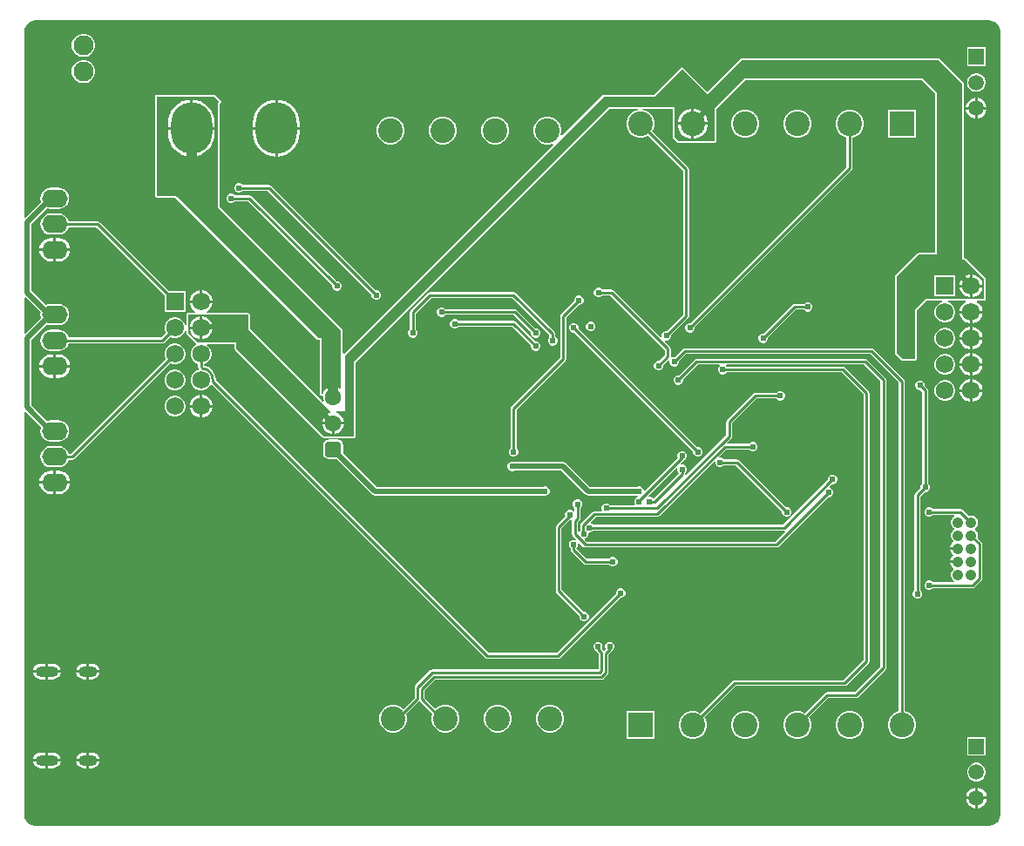
<source format=gbl>
G04*
G04 #@! TF.GenerationSoftware,Altium Limited,Altium Designer,25.6.2 (33)*
G04*
G04 Layer_Physical_Order=2*
G04 Layer_Color=16711680*
%FSLAX25Y25*%
%MOIN*%
G70*
G04*
G04 #@! TF.SameCoordinates,CE49FCD3-F284-452D-968F-53FA369C6713*
G04*
G04*
G04 #@! TF.FilePolarity,Positive*
G04*
G01*
G75*
%ADD12C,0.01000*%
G04:AMPARAMS|DCode=61|XSize=39.37mil|YSize=70.87mil|CornerRadius=19.68mil|HoleSize=0mil|Usage=FLASHONLY|Rotation=270.000|XOffset=0mil|YOffset=0mil|HoleType=Round|Shape=RoundedRectangle|*
%AMROUNDEDRECTD61*
21,1,0.03937,0.03150,0,0,270.0*
21,1,0.00000,0.07087,0,0,270.0*
1,1,0.03937,-0.01575,0.00000*
1,1,0.03937,-0.01575,0.00000*
1,1,0.03937,0.01575,0.00000*
1,1,0.03937,0.01575,0.00000*
%
%ADD61ROUNDEDRECTD61*%
G04:AMPARAMS|DCode=62|XSize=39.37mil|YSize=86.61mil|CornerRadius=19.68mil|HoleSize=0mil|Usage=FLASHONLY|Rotation=270.000|XOffset=0mil|YOffset=0mil|HoleType=Round|Shape=RoundedRectangle|*
%AMROUNDEDRECTD62*
21,1,0.03937,0.04724,0,0,270.0*
21,1,0.00000,0.08661,0,0,270.0*
1,1,0.03937,-0.02362,0.00000*
1,1,0.03937,-0.02362,0.00000*
1,1,0.03937,0.02362,0.00000*
1,1,0.03937,0.02362,0.00000*
%
%ADD62ROUNDEDRECTD62*%
%ADD63C,0.02000*%
%ADD64C,0.00874*%
%ADD66C,0.04000*%
%ADD67C,0.09449*%
%ADD68C,0.06791*%
%ADD69R,0.06791X0.06791*%
%ADD70R,0.05937X0.05937*%
%ADD71C,0.05937*%
%ADD72R,0.09449X0.09449*%
%ADD73O,0.15748X0.19685*%
%ADD74C,0.07677*%
%ADD75O,0.09843X0.06890*%
G04:AMPARAMS|DCode=76|XSize=62.99mil|YSize=62.99mil|CornerRadius=15.75mil|HoleSize=0mil|Usage=FLASHONLY|Rotation=90.000|XOffset=0mil|YOffset=0mil|HoleType=Round|Shape=RoundedRectangle|*
%AMROUNDEDRECTD76*
21,1,0.06299,0.03150,0,0,90.0*
21,1,0.03150,0.06299,0,0,90.0*
1,1,0.03150,0.01575,0.01575*
1,1,0.03150,0.01575,-0.01575*
1,1,0.03150,-0.01575,-0.01575*
1,1,0.03150,-0.01575,0.01575*
%
%ADD76ROUNDEDRECTD76*%
%ADD77C,0.06299*%
%ADD78C,0.04213*%
%ADD79C,0.02400*%
%ADD80C,0.01000*%
G36*
X373557Y311446D02*
X374542Y311038D01*
X375389Y310388D01*
X376038Y309542D01*
X376446Y308557D01*
X376584Y307508D01*
X376582Y307500D01*
Y7500D01*
X376584Y7492D01*
X376446Y6443D01*
X376038Y5457D01*
X375389Y4611D01*
X374542Y3962D01*
X373557Y3554D01*
X372508Y3416D01*
X372500Y3418D01*
X7500D01*
X7492Y3416D01*
X6443Y3554D01*
X5457Y3962D01*
X4611Y4611D01*
X3962Y5457D01*
X3554Y6443D01*
X3416Y7492D01*
X3418Y7500D01*
Y161646D01*
X3880Y161837D01*
X9752Y155965D01*
X9583Y155556D01*
X9444Y154500D01*
X9583Y153444D01*
X9990Y152460D01*
X10639Y151615D01*
X11484Y150967D01*
X12468Y150559D01*
X13524Y150420D01*
X16476D01*
X17532Y150559D01*
X18516Y150967D01*
X19361Y151615D01*
X20010Y152460D01*
X20417Y153444D01*
X20556Y154500D01*
X20417Y155556D01*
X20010Y156540D01*
X19361Y157385D01*
X18516Y158033D01*
X17532Y158441D01*
X16476Y158580D01*
X13524D01*
X12468Y158441D01*
X12059Y158272D01*
X6031Y164299D01*
Y189201D01*
X12059Y195229D01*
X12468Y195059D01*
X13524Y194920D01*
X16476D01*
X17532Y195059D01*
X18516Y195467D01*
X19361Y196115D01*
X20010Y196960D01*
X20417Y197944D01*
X20556Y199000D01*
X20417Y200056D01*
X20010Y201040D01*
X19361Y201885D01*
X18516Y202533D01*
X17532Y202941D01*
X16476Y203080D01*
X13524D01*
X12468Y202941D01*
X11618Y202589D01*
X6031Y208176D01*
Y233701D01*
X12059Y239728D01*
X12468Y239559D01*
X13524Y239420D01*
X16476D01*
X17532Y239559D01*
X18516Y239967D01*
X19361Y240615D01*
X20010Y241460D01*
X20417Y242444D01*
X20556Y243500D01*
X20417Y244556D01*
X20010Y245540D01*
X19361Y246385D01*
X18516Y247033D01*
X17532Y247441D01*
X16476Y247580D01*
X13524D01*
X12468Y247441D01*
X11484Y247033D01*
X10639Y246385D01*
X9990Y245540D01*
X9583Y244556D01*
X9444Y243500D01*
X9583Y242444D01*
X9752Y242036D01*
X3880Y236163D01*
X3418Y236354D01*
Y307500D01*
X3416Y307508D01*
X3554Y308557D01*
X3962Y309542D01*
X4611Y310388D01*
X5457Y311038D01*
X6443Y311446D01*
X7492Y311584D01*
X7500Y311582D01*
X372500D01*
X372508Y311584D01*
X373557Y311446D01*
D02*
G37*
G36*
X9578Y200015D02*
X9444Y199000D01*
X9583Y197944D01*
X9752Y197536D01*
X3880Y191663D01*
X3418Y191854D01*
Y205522D01*
X3880Y205713D01*
X9578Y200015D01*
D02*
G37*
%LPC*%
G36*
X26584Y306439D02*
X25416D01*
X24287Y306136D01*
X23275Y305552D01*
X22448Y304725D01*
X21864Y303713D01*
X21561Y302584D01*
Y301416D01*
X21864Y300287D01*
X22448Y299275D01*
X23275Y298448D01*
X24287Y297864D01*
X25416Y297561D01*
X26584D01*
X27713Y297864D01*
X28725Y298448D01*
X29552Y299275D01*
X30136Y300287D01*
X30439Y301416D01*
Y302584D01*
X30136Y303713D01*
X29552Y304725D01*
X28725Y305552D01*
X27713Y306136D01*
X26584Y306439D01*
D02*
G37*
G36*
X371069Y301254D02*
X363931D01*
Y294116D01*
X371069D01*
Y301254D01*
D02*
G37*
G36*
X26584Y296439D02*
X25416D01*
X24287Y296136D01*
X23275Y295552D01*
X22448Y294725D01*
X21864Y293713D01*
X21561Y292584D01*
Y291416D01*
X21864Y290287D01*
X22448Y289275D01*
X23275Y288448D01*
X24287Y287864D01*
X25416Y287561D01*
X26584D01*
X27713Y287864D01*
X28725Y288448D01*
X29552Y289275D01*
X30136Y290287D01*
X30439Y291416D01*
Y292584D01*
X30136Y293713D01*
X29552Y294725D01*
X28725Y295552D01*
X27713Y296136D01*
X26584Y296439D01*
D02*
G37*
G36*
X367970Y291411D02*
X367030D01*
X366123Y291168D01*
X365309Y290698D01*
X364645Y290034D01*
X364175Y289220D01*
X363931Y288312D01*
Y287373D01*
X364175Y286465D01*
X364645Y285651D01*
X365309Y284987D01*
X366123Y284517D01*
X367030Y284274D01*
X367970D01*
X368877Y284517D01*
X369691Y284987D01*
X370356Y285651D01*
X370825Y286465D01*
X371069Y287373D01*
Y288312D01*
X370825Y289220D01*
X370356Y290034D01*
X369691Y290698D01*
X368877Y291168D01*
X367970Y291411D01*
D02*
G37*
G36*
X353000Y297149D02*
X278000D01*
X277541Y296959D01*
X264750Y284168D01*
X255459Y293459D01*
X255000Y293649D01*
X254541Y293459D01*
X244231Y283149D01*
X225000D01*
X224541Y282959D01*
X208962Y267380D01*
X208514Y267639D01*
X208824Y268799D01*
Y270201D01*
X208462Y271555D01*
X207761Y272769D01*
X206769Y273761D01*
X205555Y274462D01*
X204201Y274824D01*
X202799D01*
X201445Y274462D01*
X200231Y273761D01*
X199239Y272769D01*
X198538Y271555D01*
X198176Y270201D01*
Y268799D01*
X198538Y267445D01*
X199239Y266231D01*
X200231Y265239D01*
X201445Y264538D01*
X202799Y264176D01*
X204201D01*
X205361Y264486D01*
X205620Y264038D01*
X125649Y184068D01*
X125149Y184222D01*
Y193000D01*
X124959Y193459D01*
X78149Y240269D01*
Y279731D01*
X78459Y280041D01*
X78459Y280041D01*
X78649Y280500D01*
X78648Y280503D01*
X78459Y280959D01*
X76459Y282959D01*
X76000Y283149D01*
X54000D01*
X53541Y282959D01*
X53351Y282500D01*
Y244500D01*
X53541Y244041D01*
X54000Y243851D01*
X61231D01*
X115541Y189541D01*
X116000Y189351D01*
X116351D01*
Y168670D01*
X116431Y168477D01*
X116485Y168275D01*
X116524Y168253D01*
X116541Y168211D01*
X116734Y168131D01*
X116915Y168027D01*
X117415Y167961D01*
X117748Y167538D01*
X117750Y167528D01*
Y167006D01*
X117981Y166144D01*
X117764Y165942D01*
X117566Y165852D01*
X89649Y193769D01*
Y199000D01*
X89459Y199459D01*
X89000Y199649D01*
X73256D01*
X73122Y200149D01*
X73699Y200483D01*
X74517Y201301D01*
X75096Y202303D01*
X75396Y203421D01*
Y203500D01*
X71000D01*
X66604D01*
Y203421D01*
X66904Y202303D01*
X67483Y201301D01*
X68301Y200483D01*
X68878Y200149D01*
X68744Y199649D01*
X66000D01*
X65541Y199459D01*
X65351Y199000D01*
Y195133D01*
X64851Y195068D01*
X64723Y195542D01*
X64197Y196453D01*
X63453Y197197D01*
X62542Y197723D01*
X61526Y197996D01*
X60474D01*
X59458Y197723D01*
X58547Y197197D01*
X57803Y196453D01*
X57277Y195542D01*
X57004Y194526D01*
Y193474D01*
X57277Y192458D01*
X57494Y192080D01*
X55693Y190279D01*
X20390D01*
X20010Y191197D01*
X19361Y192042D01*
X18516Y192691D01*
X17532Y193098D01*
X16476Y193237D01*
X13524D01*
X12468Y193098D01*
X11484Y192691D01*
X10639Y192042D01*
X9990Y191197D01*
X9583Y190213D01*
X9444Y189157D01*
X9583Y188102D01*
X9990Y187118D01*
X10639Y186273D01*
X11484Y185624D01*
X12468Y185217D01*
X13524Y185078D01*
X16476D01*
X17532Y185217D01*
X18516Y185624D01*
X19361Y186273D01*
X20010Y187118D01*
X20390Y188036D01*
X56157D01*
X56157Y188036D01*
X56587Y188121D01*
X56950Y188364D01*
X59080Y190494D01*
X59458Y190277D01*
X60474Y190004D01*
X61526D01*
X62542Y190277D01*
X63453Y190803D01*
X64197Y191547D01*
X64723Y192458D01*
X64851Y192932D01*
X65351Y192867D01*
Y192000D01*
X65541Y191541D01*
X69041Y188041D01*
X69058Y187493D01*
X68547Y187197D01*
X67803Y186453D01*
X67277Y185542D01*
X67004Y184526D01*
Y183474D01*
X67277Y182458D01*
X67803Y181547D01*
X68547Y180803D01*
X69458Y180277D01*
X69878Y180164D01*
Y178990D01*
X69878Y178990D01*
X69964Y178561D01*
X69964Y178560D01*
X69964Y178560D01*
X70068Y178404D01*
X70011Y178070D01*
X69929Y177895D01*
X69873Y177835D01*
X69458Y177723D01*
X68547Y177197D01*
X67803Y176453D01*
X67277Y175542D01*
X67004Y174526D01*
Y173474D01*
X67277Y172458D01*
X67803Y171547D01*
X68547Y170803D01*
X69458Y170277D01*
X70474Y170004D01*
X71526D01*
X72542Y170277D01*
X73453Y170803D01*
X74197Y171547D01*
X74550Y172157D01*
X75162Y172252D01*
X179707Y67707D01*
X179707Y67707D01*
X180071Y67464D01*
X180500Y67378D01*
X180500Y67378D01*
X207500D01*
X207500Y67378D01*
X207929Y67464D01*
X208293Y67707D01*
X231286Y90700D01*
X231858D01*
X232520Y90974D01*
X233026Y91480D01*
X233300Y92142D01*
Y92858D01*
X233026Y93520D01*
X232520Y94026D01*
X231858Y94300D01*
X231142D01*
X230480Y94026D01*
X229974Y93520D01*
X229700Y92858D01*
Y92286D01*
X207035Y69622D01*
X180965D01*
X76637Y173949D01*
X76644Y174000D01*
X76452Y175461D01*
X75888Y176822D01*
X74991Y177991D01*
X73822Y178888D01*
X72461Y179452D01*
X72122Y179496D01*
Y180164D01*
X72542Y180277D01*
X73453Y180803D01*
X74197Y181547D01*
X74723Y182458D01*
X74996Y183474D01*
Y184526D01*
X74723Y185542D01*
X74197Y186453D01*
X73453Y187197D01*
X73188Y187351D01*
X73322Y187851D01*
X83851D01*
Y186000D01*
X84041Y185541D01*
X117541Y152041D01*
X118000Y151851D01*
X129500D01*
X129959Y152041D01*
X130149Y152500D01*
Y180731D01*
X227269Y277851D01*
X238140D01*
X238206Y277351D01*
X236945Y277013D01*
X235731Y276312D01*
X234739Y275320D01*
X234038Y274106D01*
X233676Y272752D01*
Y271350D01*
X234038Y269996D01*
X234739Y268782D01*
X235731Y267791D01*
X236945Y267090D01*
X238299Y266727D01*
X239701D01*
X241055Y267090D01*
X241892Y267573D01*
X255379Y254087D01*
Y198965D01*
X249214Y192800D01*
X248642D01*
X247980Y192526D01*
X247474Y192020D01*
X247200Y191358D01*
Y190642D01*
X247235Y190559D01*
X246811Y190276D01*
X228793Y208293D01*
X228429Y208536D01*
X228000Y208622D01*
X228000Y208622D01*
X224424D01*
X224020Y209026D01*
X223358Y209300D01*
X222642D01*
X221980Y209026D01*
X221474Y208520D01*
X221200Y207858D01*
Y207142D01*
X221474Y206480D01*
X221980Y205974D01*
X222642Y205700D01*
X223358D01*
X224020Y205974D01*
X224424Y206379D01*
X227535D01*
X248378Y185535D01*
Y183465D01*
X246214Y181300D01*
X245642D01*
X244980Y181026D01*
X244474Y180520D01*
X244200Y179858D01*
Y179142D01*
X244474Y178480D01*
X244980Y177974D01*
X245642Y177700D01*
X246358D01*
X247020Y177974D01*
X247526Y178480D01*
X247800Y179142D01*
Y179714D01*
X249811Y181725D01*
X250235Y181441D01*
X250200Y181358D01*
Y180642D01*
X250474Y179980D01*
X250980Y179474D01*
X251642Y179200D01*
X252358D01*
X253020Y179474D01*
X253526Y179980D01*
X253800Y180642D01*
Y181214D01*
X256465Y183878D01*
X327035D01*
X337878Y173035D01*
Y47212D01*
X336945Y46962D01*
X335731Y46261D01*
X334739Y45269D01*
X334038Y44055D01*
X333676Y42701D01*
Y41299D01*
X334038Y39945D01*
X334739Y38731D01*
X335731Y37739D01*
X336945Y37038D01*
X338299Y36676D01*
X339701D01*
X341055Y37038D01*
X342269Y37739D01*
X343261Y38731D01*
X343962Y39945D01*
X344324Y41299D01*
Y42701D01*
X343962Y44055D01*
X343261Y45269D01*
X342269Y46261D01*
X341055Y46962D01*
X340122Y47212D01*
Y173500D01*
X340122Y173500D01*
X340036Y173929D01*
X339793Y174293D01*
X328293Y185793D01*
X327929Y186036D01*
X327500Y186122D01*
X327500Y186122D01*
X256000D01*
X255571Y186036D01*
X255207Y185793D01*
X255207Y185793D01*
X252214Y182800D01*
X251642D01*
X251042Y182552D01*
X250813Y182662D01*
X250590Y182843D01*
X250622Y183000D01*
X250622Y183000D01*
Y186000D01*
X250622Y186000D01*
X250536Y186429D01*
X250293Y186793D01*
X250293Y186793D01*
X248275Y188811D01*
X248559Y189234D01*
X248642Y189200D01*
X249358D01*
X250020Y189474D01*
X250526Y189980D01*
X250800Y190642D01*
Y191214D01*
X257293Y197707D01*
X257293Y197707D01*
X257536Y198071D01*
X257622Y198500D01*
Y254551D01*
X257622Y254551D01*
X257536Y254980D01*
X257293Y255344D01*
X257293Y255344D01*
X243478Y269159D01*
X243962Y269996D01*
X244324Y271350D01*
Y272752D01*
X243962Y274106D01*
X243261Y275320D01*
X242269Y276312D01*
X241055Y277013D01*
X239794Y277351D01*
X239860Y277851D01*
X251351D01*
Y267000D01*
X251541Y266541D01*
X253041Y265041D01*
X253500Y264851D01*
X267500D01*
X267959Y265041D01*
X268149Y265500D01*
Y277731D01*
X279269Y288851D01*
X346731D01*
X351851Y283731D01*
Y222649D01*
X345500D01*
X345041Y222459D01*
X336541Y213959D01*
X336351Y213500D01*
Y184500D01*
X336541Y184041D01*
X339041Y181541D01*
X339500Y181351D01*
X344000D01*
X344459Y181541D01*
X344649Y182000D01*
Y200731D01*
X348269Y204351D01*
X354367D01*
X354432Y203851D01*
X353958Y203723D01*
X353047Y203197D01*
X352303Y202453D01*
X351777Y201542D01*
X351504Y200526D01*
Y199474D01*
X351777Y198458D01*
X352303Y197547D01*
X353047Y196803D01*
X353958Y196277D01*
X354974Y196004D01*
X356026D01*
X357042Y196277D01*
X357953Y196803D01*
X358697Y197547D01*
X359223Y198458D01*
X359496Y199474D01*
Y200526D01*
X359223Y201542D01*
X358697Y202453D01*
X357953Y203197D01*
X357042Y203723D01*
X356568Y203851D01*
X356633Y204351D01*
X363244D01*
X363378Y203851D01*
X362801Y203517D01*
X361983Y202699D01*
X361404Y201697D01*
X361104Y200579D01*
Y200500D01*
X365500D01*
X369896D01*
Y200579D01*
X369596Y201697D01*
X369017Y202699D01*
X368199Y203517D01*
X367622Y203851D01*
X367756Y204351D01*
X370500D01*
X370959Y204541D01*
X371149Y205000D01*
Y212500D01*
X370959Y212959D01*
X363459Y220459D01*
X363000Y220649D01*
X362649D01*
Y287500D01*
X362459Y287959D01*
X353459Y296959D01*
X353000Y297149D01*
D02*
G37*
G36*
X368022Y281968D02*
X368000D01*
Y278500D01*
X371468D01*
Y278522D01*
X371198Y279532D01*
X370676Y280437D01*
X369937Y281176D01*
X369032Y281698D01*
X368022Y281968D01*
D02*
G37*
G36*
X367000D02*
X366978D01*
X365968Y281698D01*
X365063Y281176D01*
X364324Y280437D01*
X363802Y279532D01*
X363531Y278522D01*
Y278500D01*
X367000D01*
Y281968D01*
D02*
G37*
G36*
X371468Y277500D02*
X368000D01*
Y274031D01*
X368022D01*
X369032Y274302D01*
X369937Y274824D01*
X370676Y275563D01*
X371198Y276468D01*
X371468Y277478D01*
Y277500D01*
D02*
G37*
G36*
X367000D02*
X363531D01*
Y277478D01*
X363802Y276468D01*
X364324Y275563D01*
X365063Y274824D01*
X365968Y274302D01*
X366978Y274031D01*
X367000D01*
Y277500D01*
D02*
G37*
G36*
X100250Y281179D02*
Y270843D01*
X108667D01*
Y272311D01*
X108496Y274051D01*
X107988Y275723D01*
X107164Y277265D01*
X106055Y278616D01*
X104704Y279725D01*
X103162Y280549D01*
X101490Y281057D01*
X100250Y281179D01*
D02*
G37*
G36*
X99250D02*
X98010Y281057D01*
X96338Y280549D01*
X94796Y279725D01*
X93445Y278616D01*
X92336Y277265D01*
X91512Y275723D01*
X91004Y274051D01*
X90833Y272311D01*
Y270843D01*
X99250D01*
Y281179D01*
D02*
G37*
G36*
X344324Y277376D02*
X333676D01*
Y266727D01*
X344324D01*
Y277376D01*
D02*
G37*
G36*
X299701D02*
X298299D01*
X296945Y277013D01*
X295731Y276312D01*
X294739Y275320D01*
X294038Y274106D01*
X293676Y272752D01*
Y271350D01*
X294038Y269996D01*
X294739Y268782D01*
X295731Y267791D01*
X296945Y267090D01*
X298299Y266727D01*
X299701D01*
X301055Y267090D01*
X302269Y267791D01*
X303261Y268782D01*
X303961Y269996D01*
X304324Y271350D01*
Y272752D01*
X303961Y274106D01*
X303261Y275320D01*
X302269Y276312D01*
X301055Y277013D01*
X299701Y277376D01*
D02*
G37*
G36*
X279701D02*
X278299D01*
X276945Y277013D01*
X275731Y276312D01*
X274739Y275320D01*
X274038Y274106D01*
X273676Y272752D01*
Y271350D01*
X274038Y269996D01*
X274739Y268782D01*
X275731Y267791D01*
X276945Y267090D01*
X278299Y266727D01*
X279701D01*
X281055Y267090D01*
X282269Y267791D01*
X283261Y268782D01*
X283962Y269996D01*
X284324Y271350D01*
Y272752D01*
X283962Y274106D01*
X283261Y275320D01*
X282269Y276312D01*
X281055Y277013D01*
X279701Y277376D01*
D02*
G37*
G36*
X184201Y274824D02*
X182799D01*
X181445Y274462D01*
X180231Y273761D01*
X179239Y272769D01*
X178538Y271555D01*
X178176Y270201D01*
Y268799D01*
X178538Y267445D01*
X179239Y266231D01*
X180231Y265239D01*
X181445Y264538D01*
X182799Y264176D01*
X184201D01*
X185555Y264538D01*
X186769Y265239D01*
X187761Y266231D01*
X188462Y267445D01*
X188824Y268799D01*
Y270201D01*
X188462Y271555D01*
X187761Y272769D01*
X186769Y273761D01*
X185555Y274462D01*
X184201Y274824D01*
D02*
G37*
G36*
X164201D02*
X162799D01*
X161445Y274462D01*
X160231Y273761D01*
X159239Y272769D01*
X158538Y271555D01*
X158176Y270201D01*
Y268799D01*
X158538Y267445D01*
X159239Y266231D01*
X160231Y265239D01*
X161445Y264538D01*
X162799Y264176D01*
X164201D01*
X165555Y264538D01*
X166769Y265239D01*
X167761Y266231D01*
X168462Y267445D01*
X168824Y268799D01*
Y270201D01*
X168462Y271555D01*
X167761Y272769D01*
X166769Y273761D01*
X165555Y274462D01*
X164201Y274824D01*
D02*
G37*
G36*
X144201D02*
X142799D01*
X141445Y274462D01*
X140231Y273761D01*
X139239Y272769D01*
X138538Y271555D01*
X138176Y270201D01*
Y268799D01*
X138538Y267445D01*
X139239Y266231D01*
X140231Y265239D01*
X141445Y264538D01*
X142799Y264176D01*
X144201D01*
X145555Y264538D01*
X146769Y265239D01*
X147761Y266231D01*
X148462Y267445D01*
X148824Y268799D01*
Y270201D01*
X148462Y271555D01*
X147761Y272769D01*
X146769Y273761D01*
X145555Y274462D01*
X144201Y274824D01*
D02*
G37*
G36*
X108667Y269843D02*
X100250D01*
Y259506D01*
X101490Y259628D01*
X103162Y260136D01*
X104704Y260960D01*
X106055Y262069D01*
X107164Y263420D01*
X107988Y264962D01*
X108496Y266634D01*
X108667Y268374D01*
Y269843D01*
D02*
G37*
G36*
X99250D02*
X90833D01*
Y268374D01*
X91004Y266634D01*
X91512Y264962D01*
X92336Y263420D01*
X93445Y262069D01*
X94796Y260960D01*
X96338Y260136D01*
X98010Y259628D01*
X99250Y259506D01*
Y269843D01*
D02*
G37*
G36*
X16476Y228298D02*
X15500D01*
Y224315D01*
X20894D01*
X20807Y224975D01*
X20359Y226057D01*
X19647Y226985D01*
X18718Y227698D01*
X17637Y228145D01*
X16476Y228298D01*
D02*
G37*
G36*
X14500D02*
X13524D01*
X12363Y228145D01*
X11282Y227698D01*
X10353Y226985D01*
X9641Y226057D01*
X9193Y224975D01*
X9106Y224315D01*
X14500D01*
Y228298D01*
D02*
G37*
G36*
X20894Y223315D02*
X15500D01*
Y219332D01*
X16476D01*
X17637Y219484D01*
X18718Y219932D01*
X19647Y220645D01*
X20359Y221573D01*
X20807Y222655D01*
X20894Y223315D01*
D02*
G37*
G36*
X14500D02*
X9106D01*
X9193Y222655D01*
X9641Y221573D01*
X10353Y220645D01*
X11282Y219932D01*
X12363Y219484D01*
X13524Y219332D01*
X14500D01*
Y223315D01*
D02*
G37*
G36*
X82858Y245300D02*
X82142D01*
X81480Y245026D01*
X80974Y244520D01*
X80700Y243858D01*
Y243142D01*
X80974Y242480D01*
X81480Y241974D01*
X82142Y241700D01*
X82858D01*
X83520Y241974D01*
X83924Y242378D01*
X89035D01*
X121200Y210214D01*
Y209642D01*
X121474Y208980D01*
X121980Y208474D01*
X122642Y208200D01*
X123358D01*
X124020Y208474D01*
X124526Y208980D01*
X124800Y209642D01*
Y210358D01*
X124526Y211020D01*
X124020Y211526D01*
X123358Y211800D01*
X122786D01*
X90293Y244293D01*
X89929Y244536D01*
X89500Y244622D01*
X89500Y244621D01*
X83924D01*
X83520Y245026D01*
X82858Y245300D01*
D02*
G37*
G36*
X190500Y207622D02*
X190500Y207622D01*
X158500D01*
X158500Y207622D01*
X158071Y207536D01*
X157707Y207293D01*
X157707Y207293D01*
X151207Y200793D01*
X150964Y200429D01*
X150878Y200000D01*
X150878Y200000D01*
Y193424D01*
X150474Y193020D01*
X150200Y192358D01*
Y191642D01*
X150474Y190980D01*
X150980Y190474D01*
X151642Y190200D01*
X152358D01*
X153020Y190474D01*
X153526Y190980D01*
X153800Y191642D01*
Y192358D01*
X153526Y193020D01*
X153122Y193424D01*
Y199535D01*
X158965Y205379D01*
X190035D01*
X204178Y191235D01*
Y190224D01*
X203974Y190020D01*
X203700Y189358D01*
Y188642D01*
X203974Y187980D01*
X204480Y187474D01*
X205142Y187200D01*
X205858D01*
X206520Y187474D01*
X207026Y187980D01*
X207300Y188642D01*
Y189358D01*
X207026Y190020D01*
X206520Y190526D01*
X206421Y190567D01*
Y191700D01*
X206422Y191700D01*
X206336Y192129D01*
X206093Y192493D01*
X191293Y207293D01*
X190929Y207536D01*
X190500Y207622D01*
D02*
G37*
G36*
X85858Y249300D02*
X85142D01*
X84480Y249026D01*
X83974Y248520D01*
X83700Y247858D01*
Y247142D01*
X83974Y246480D01*
X84480Y245974D01*
X85142Y245700D01*
X85858D01*
X86520Y245974D01*
X86924Y246378D01*
X96535D01*
X136200Y206714D01*
Y206142D01*
X136474Y205480D01*
X136980Y204974D01*
X137642Y204700D01*
X138358D01*
X139020Y204974D01*
X139526Y205480D01*
X139800Y206142D01*
Y206858D01*
X139526Y207520D01*
X139020Y208026D01*
X138358Y208300D01*
X137786D01*
X97793Y248293D01*
X97429Y248536D01*
X97000Y248622D01*
X97000Y248622D01*
X86924D01*
X86520Y249026D01*
X85858Y249300D01*
D02*
G37*
G36*
X71579Y208396D02*
X71500D01*
Y204500D01*
X75396D01*
Y204579D01*
X75096Y205697D01*
X74517Y206699D01*
X73699Y207517D01*
X72697Y208096D01*
X71579Y208396D01*
D02*
G37*
G36*
X70500D02*
X70421D01*
X69303Y208096D01*
X68301Y207517D01*
X67483Y206699D01*
X66904Y205697D01*
X66604Y204579D01*
Y204500D01*
X70500D01*
Y208396D01*
D02*
G37*
G36*
X303358Y203800D02*
X302642D01*
X301980Y203526D01*
X301576Y203122D01*
X298000D01*
X297571Y203036D01*
X297207Y202793D01*
X297207Y202793D01*
X286214Y191800D01*
X285642D01*
X284980Y191526D01*
X284474Y191020D01*
X284200Y190358D01*
Y189642D01*
X284474Y188980D01*
X284980Y188474D01*
X285642Y188200D01*
X286358D01*
X287020Y188474D01*
X287526Y188980D01*
X287800Y189642D01*
Y190214D01*
X298465Y200878D01*
X301576D01*
X301980Y200474D01*
X302642Y200200D01*
X303358D01*
X304020Y200474D01*
X304526Y200980D01*
X304800Y201642D01*
Y202358D01*
X304526Y203020D01*
X304020Y203526D01*
X303358Y203800D01*
D02*
G37*
G36*
X16476Y237737D02*
X13524D01*
X12468Y237598D01*
X11484Y237191D01*
X10639Y236542D01*
X9990Y235697D01*
X9583Y234713D01*
X9444Y233658D01*
X9583Y232602D01*
X9990Y231618D01*
X10639Y230773D01*
X11484Y230124D01*
X12468Y229717D01*
X13524Y229578D01*
X16476D01*
X17532Y229717D01*
X18516Y230124D01*
X19361Y230773D01*
X20010Y231618D01*
X20390Y232536D01*
X30878D01*
X57004Y206410D01*
Y200004D01*
X64996D01*
Y207996D01*
X58590D01*
X32136Y234451D01*
X31772Y234694D01*
X31343Y234779D01*
X31343Y234779D01*
X20390D01*
X20010Y235697D01*
X19361Y236542D01*
X18516Y237191D01*
X17532Y237598D01*
X16476Y237737D01*
D02*
G37*
G36*
X369896Y199500D02*
X366000D01*
Y195604D01*
X366079D01*
X367197Y195904D01*
X368199Y196483D01*
X369017Y197301D01*
X369596Y198303D01*
X369896Y199421D01*
Y199500D01*
D02*
G37*
G36*
X365000D02*
X361104D01*
Y199421D01*
X361404Y198303D01*
X361983Y197301D01*
X362801Y196483D01*
X363803Y195904D01*
X364921Y195604D01*
X365000D01*
Y199500D01*
D02*
G37*
G36*
X220358Y196300D02*
X219642D01*
X218980Y196026D01*
X218474Y195520D01*
X218200Y194858D01*
Y194142D01*
X218474Y193480D01*
X218980Y192974D01*
X219642Y192700D01*
X220358D01*
X221020Y192974D01*
X221526Y193480D01*
X221800Y194142D01*
Y194858D01*
X221526Y195520D01*
X221020Y196026D01*
X220358Y196300D01*
D02*
G37*
G36*
X319701Y277376D02*
X318299D01*
X316945Y277013D01*
X315731Y276312D01*
X314739Y275320D01*
X314038Y274106D01*
X313676Y272752D01*
Y271350D01*
X314038Y269996D01*
X314739Y268782D01*
X315731Y267791D01*
X316945Y267090D01*
X317878Y266840D01*
Y255465D01*
X258214Y195800D01*
X257642D01*
X256980Y195526D01*
X256474Y195020D01*
X256200Y194358D01*
Y193642D01*
X256474Y192980D01*
X256980Y192474D01*
X257642Y192200D01*
X258358D01*
X259020Y192474D01*
X259526Y192980D01*
X259800Y193642D01*
Y194214D01*
X319793Y254207D01*
X319793Y254207D01*
X320036Y254571D01*
X320122Y255000D01*
Y266840D01*
X321055Y267090D01*
X322269Y267791D01*
X323261Y268782D01*
X323961Y269996D01*
X324324Y271350D01*
Y272752D01*
X323961Y274106D01*
X323261Y275320D01*
X322269Y276312D01*
X321055Y277013D01*
X319701Y277376D01*
D02*
G37*
G36*
X366079Y194396D02*
X366000D01*
Y190500D01*
X369896D01*
Y190579D01*
X369596Y191697D01*
X369017Y192699D01*
X368199Y193517D01*
X367197Y194096D01*
X366079Y194396D01*
D02*
G37*
G36*
X365000D02*
X364921D01*
X363803Y194096D01*
X362801Y193517D01*
X361983Y192699D01*
X361404Y191697D01*
X361104Y190579D01*
Y190500D01*
X365000D01*
Y194396D01*
D02*
G37*
G36*
X163358Y201800D02*
X162642D01*
X161980Y201526D01*
X161474Y201020D01*
X161200Y200358D01*
Y199642D01*
X161474Y198980D01*
X161980Y198474D01*
X162642Y198200D01*
X163358D01*
X164020Y198474D01*
X164424Y198878D01*
X190535D01*
X197200Y192214D01*
Y191642D01*
X197474Y190980D01*
X197980Y190474D01*
X198642Y190200D01*
X199358D01*
X200020Y190474D01*
X200526Y190980D01*
X200800Y191642D01*
Y192358D01*
X200526Y193020D01*
X200020Y193526D01*
X199358Y193800D01*
X198786D01*
X191793Y200793D01*
X191429Y201036D01*
X191000Y201122D01*
X191000Y201122D01*
X164424D01*
X164020Y201526D01*
X163358Y201800D01*
D02*
G37*
G36*
X356026Y193996D02*
X354974D01*
X353958Y193723D01*
X353047Y193197D01*
X352303Y192453D01*
X351777Y191542D01*
X351504Y190526D01*
Y189474D01*
X351777Y188458D01*
X352303Y187547D01*
X353047Y186803D01*
X353958Y186277D01*
X354974Y186004D01*
X356026D01*
X357042Y186277D01*
X357953Y186803D01*
X358697Y187547D01*
X359223Y188458D01*
X359496Y189474D01*
Y190526D01*
X359223Y191542D01*
X358697Y192453D01*
X357953Y193197D01*
X357042Y193723D01*
X356026Y193996D01*
D02*
G37*
G36*
X369896Y189500D02*
X366000D01*
Y185604D01*
X366079D01*
X367197Y185904D01*
X368199Y186483D01*
X369017Y187301D01*
X369596Y188303D01*
X369896Y189421D01*
Y189500D01*
D02*
G37*
G36*
X365000D02*
X361104D01*
Y189421D01*
X361404Y188303D01*
X361983Y187301D01*
X362801Y186483D01*
X363803Y185904D01*
X364921Y185604D01*
X365000D01*
Y189500D01*
D02*
G37*
G36*
X168358Y197300D02*
X167642D01*
X166980Y197026D01*
X166474Y196520D01*
X166200Y195858D01*
Y195142D01*
X166474Y194480D01*
X166980Y193974D01*
X167642Y193700D01*
X168358D01*
X169020Y193974D01*
X169424Y194378D01*
X190035D01*
X197200Y187214D01*
Y186642D01*
X197474Y185980D01*
X197980Y185474D01*
X198642Y185200D01*
X199358D01*
X200020Y185474D01*
X200526Y185980D01*
X200800Y186642D01*
Y187358D01*
X200526Y188020D01*
X200020Y188526D01*
X199358Y188800D01*
X198786D01*
X191293Y196293D01*
X190929Y196536D01*
X190500Y196622D01*
X190500Y196622D01*
X169424D01*
X169020Y197026D01*
X168358Y197300D01*
D02*
G37*
G36*
X366079Y184396D02*
X366000D01*
Y180500D01*
X369896D01*
Y180579D01*
X369596Y181697D01*
X369017Y182699D01*
X368199Y183517D01*
X367197Y184096D01*
X366079Y184396D01*
D02*
G37*
G36*
X365000D02*
X364921D01*
X363803Y184096D01*
X362801Y183517D01*
X361983Y182699D01*
X361404Y181697D01*
X361104Y180579D01*
Y180500D01*
X365000D01*
Y184396D01*
D02*
G37*
G36*
X61526Y187996D02*
X60474D01*
X59458Y187723D01*
X58547Y187197D01*
X57803Y186453D01*
X57277Y185542D01*
X57004Y184526D01*
Y183474D01*
X57277Y182458D01*
X57494Y182080D01*
X21193Y145779D01*
X20390D01*
X20010Y146697D01*
X19361Y147542D01*
X18516Y148191D01*
X17532Y148598D01*
X16476Y148737D01*
X13524D01*
X12468Y148598D01*
X11484Y148191D01*
X10639Y147542D01*
X9990Y146697D01*
X9583Y145713D01*
X9444Y144658D01*
X9583Y143602D01*
X9990Y142618D01*
X10639Y141773D01*
X11484Y141124D01*
X12468Y140717D01*
X13524Y140578D01*
X16476D01*
X17532Y140717D01*
X18516Y141124D01*
X19361Y141773D01*
X20010Y142618D01*
X20390Y143536D01*
X21657D01*
X21657Y143536D01*
X22087Y143621D01*
X22451Y143864D01*
X59080Y180494D01*
X59458Y180277D01*
X60474Y180004D01*
X61526D01*
X62542Y180277D01*
X63453Y180803D01*
X64197Y181547D01*
X64723Y182458D01*
X64996Y183474D01*
Y184526D01*
X64723Y185542D01*
X64197Y186453D01*
X63453Y187197D01*
X62542Y187723D01*
X61526Y187996D01*
D02*
G37*
G36*
X16476Y183798D02*
X15500D01*
Y179815D01*
X20894D01*
X20807Y180475D01*
X20359Y181557D01*
X19647Y182485D01*
X18718Y183198D01*
X17637Y183645D01*
X16476Y183798D01*
D02*
G37*
G36*
X14500D02*
X13524D01*
X12363Y183645D01*
X11282Y183198D01*
X10353Y182485D01*
X9641Y181557D01*
X9193Y180475D01*
X9106Y179815D01*
X14500D01*
Y183798D01*
D02*
G37*
G36*
X356026Y183996D02*
X354974D01*
X353958Y183723D01*
X353047Y183197D01*
X352303Y182453D01*
X351777Y181542D01*
X351504Y180526D01*
Y179474D01*
X351777Y178458D01*
X352303Y177547D01*
X353047Y176803D01*
X353958Y176277D01*
X354974Y176004D01*
X356026D01*
X357042Y176277D01*
X357953Y176803D01*
X358697Y177547D01*
X359223Y178458D01*
X359496Y179474D01*
Y180526D01*
X359223Y181542D01*
X358697Y182453D01*
X357953Y183197D01*
X357042Y183723D01*
X356026Y183996D01*
D02*
G37*
G36*
X369896Y179500D02*
X366000D01*
Y175604D01*
X366079D01*
X367197Y175904D01*
X368199Y176483D01*
X369017Y177301D01*
X369596Y178303D01*
X369896Y179421D01*
Y179500D01*
D02*
G37*
G36*
X365000D02*
X361104D01*
Y179421D01*
X361404Y178303D01*
X361983Y177301D01*
X362801Y176483D01*
X363803Y175904D01*
X364921Y175604D01*
X365000D01*
Y179500D01*
D02*
G37*
G36*
X20894Y178815D02*
X15500D01*
Y174832D01*
X16476D01*
X17637Y174985D01*
X18718Y175432D01*
X19647Y176145D01*
X20359Y177073D01*
X20807Y178155D01*
X20894Y178815D01*
D02*
G37*
G36*
X14500D02*
X9106D01*
X9193Y178155D01*
X9641Y177073D01*
X10353Y176145D01*
X11282Y175432D01*
X12363Y174985D01*
X13524Y174832D01*
X14500D01*
Y178815D01*
D02*
G37*
G36*
X366079Y174396D02*
X366000D01*
Y170500D01*
X369896D01*
Y170579D01*
X369596Y171697D01*
X369017Y172699D01*
X368199Y173517D01*
X367197Y174096D01*
X366079Y174396D01*
D02*
G37*
G36*
X365000D02*
X364921D01*
X363803Y174096D01*
X362801Y173517D01*
X361983Y172699D01*
X361404Y171697D01*
X361104Y170579D01*
Y170500D01*
X365000D01*
Y174396D01*
D02*
G37*
G36*
X61526Y177996D02*
X60474D01*
X59458Y177723D01*
X58547Y177197D01*
X57803Y176453D01*
X57277Y175542D01*
X57004Y174526D01*
Y173474D01*
X57277Y172458D01*
X57803Y171547D01*
X58547Y170803D01*
X59458Y170277D01*
X60474Y170004D01*
X61526D01*
X62542Y170277D01*
X63453Y170803D01*
X64197Y171547D01*
X64723Y172458D01*
X64996Y173474D01*
Y174526D01*
X64723Y175542D01*
X64197Y176453D01*
X63453Y177197D01*
X62542Y177723D01*
X61526Y177996D01*
D02*
G37*
G36*
X292858Y169800D02*
X292142D01*
X291480Y169526D01*
X291076Y169122D01*
X283000D01*
X283000Y169122D01*
X282571Y169036D01*
X282207Y168793D01*
X282207Y168793D01*
X272207Y158793D01*
X271964Y158429D01*
X271878Y158000D01*
X271879Y158000D01*
Y152965D01*
X256561Y137647D01*
X256100Y137894D01*
X256121Y138000D01*
Y138415D01*
X256526Y138819D01*
X256800Y139481D01*
Y140197D01*
X256526Y140858D01*
X256020Y141365D01*
X255358Y141639D01*
X254669D01*
X254602Y141714D01*
X254405Y142082D01*
X255640Y143317D01*
X256020Y143474D01*
X256526Y143980D01*
X256800Y144642D01*
Y145358D01*
X256526Y146020D01*
X256020Y146526D01*
X255358Y146800D01*
X254642D01*
X253980Y146526D01*
X253474Y146020D01*
X253200Y145358D01*
Y144642D01*
X253374Y144223D01*
X240762Y131611D01*
X240300Y131802D01*
Y131858D01*
X240026Y132520D01*
X239520Y133026D01*
X238858Y133300D01*
X238142D01*
X237735Y133131D01*
X219622D01*
X210599Y142154D01*
X210070Y142507D01*
X209446Y142631D01*
X190765D01*
X190358Y142800D01*
X189642D01*
X188980Y142526D01*
X188474Y142020D01*
X188200Y141358D01*
Y140642D01*
X188474Y139980D01*
X188980Y139474D01*
X189642Y139200D01*
X190358D01*
X190765Y139369D01*
X208770D01*
X217792Y130347D01*
X218322Y129993D01*
X218946Y129869D01*
X237735D01*
X237992Y129762D01*
Y129238D01*
X237480Y129026D01*
X236974Y128520D01*
X236700Y127858D01*
Y127142D01*
X236916Y126622D01*
X236680Y126122D01*
X227424D01*
X227020Y126526D01*
X226358Y126800D01*
X225642D01*
X224980Y126526D01*
X224474Y126020D01*
X224200Y125358D01*
Y124642D01*
X224333Y124322D01*
X223999Y123822D01*
X221447D01*
X221018Y123736D01*
X220654Y123493D01*
X220654Y123493D01*
X216407Y119246D01*
X216164Y118882D01*
X216078Y118453D01*
X216078Y118453D01*
Y116547D01*
X216078Y116547D01*
X216104Y116418D01*
X215840Y116154D01*
X215808Y116076D01*
X215173Y115822D01*
X215122Y115844D01*
Y119599D01*
X215813Y120290D01*
X216056Y120654D01*
X216141Y121083D01*
X216141Y121083D01*
Y125102D01*
X216546Y125506D01*
X216820Y126168D01*
Y126884D01*
X216546Y127546D01*
X216039Y128052D01*
X215378Y128326D01*
X214662D01*
X214000Y128052D01*
X213494Y127546D01*
X213220Y126884D01*
Y126168D01*
X213494Y125506D01*
X213898Y125102D01*
Y123828D01*
X213398Y123647D01*
X213020Y124026D01*
X212358Y124300D01*
X211642D01*
X210980Y124026D01*
X210474Y123520D01*
X210200Y122858D01*
Y122142D01*
X210304Y121890D01*
X206907Y118493D01*
X206664Y118129D01*
X206578Y117700D01*
X206578Y117700D01*
Y93300D01*
X206578Y93300D01*
X206664Y92871D01*
X206907Y92507D01*
X215700Y83714D01*
Y83142D01*
X215974Y82480D01*
X216480Y81974D01*
X217142Y81700D01*
X217858D01*
X218520Y81974D01*
X219026Y82480D01*
X219300Y83142D01*
Y83858D01*
X219026Y84520D01*
X218520Y85026D01*
X217858Y85300D01*
X217286D01*
X208822Y93765D01*
Y117235D01*
X212261Y120675D01*
X212556Y120651D01*
X212905Y120196D01*
X212878Y120064D01*
X212878Y120064D01*
Y115000D01*
X212878Y115000D01*
X212964Y114571D01*
X213207Y114207D01*
X214285Y113129D01*
X214002Y112705D01*
X213772Y112800D01*
X213056D01*
X212395Y112526D01*
X211888Y112020D01*
X211614Y111358D01*
Y110642D01*
X211888Y109980D01*
X212293Y109576D01*
Y109086D01*
X212293Y109086D01*
X212378Y108657D01*
X212621Y108293D01*
X217207Y103707D01*
X217207Y103707D01*
X217571Y103464D01*
X218000Y103378D01*
X218000Y103378D01*
X227076D01*
X227480Y102974D01*
X228142Y102700D01*
X228858D01*
X229520Y102974D01*
X230026Y103480D01*
X230300Y104142D01*
Y104858D01*
X230026Y105520D01*
X229520Y106026D01*
X228858Y106300D01*
X228142D01*
X227480Y106026D01*
X227076Y105622D01*
X218465D01*
X214536Y109550D01*
Y109576D01*
X214940Y109980D01*
X215214Y110642D01*
Y111358D01*
X215119Y111588D01*
X215543Y111871D01*
X217207Y110207D01*
X217207Y110207D01*
X217571Y109964D01*
X218000Y109878D01*
X291000D01*
X291000Y109878D01*
X291429Y109964D01*
X291793Y110207D01*
X310786Y129200D01*
X311358D01*
X312020Y129474D01*
X312526Y129980D01*
X312800Y130642D01*
Y131358D01*
X312526Y132020D01*
X312020Y132526D01*
X311524Y132731D01*
X311348Y133262D01*
X312286Y134200D01*
X312858D01*
X313520Y134474D01*
X314026Y134980D01*
X314300Y135642D01*
Y136358D01*
X314026Y137020D01*
X313520Y137526D01*
X312858Y137800D01*
X312142D01*
X311480Y137526D01*
X310974Y137020D01*
X310700Y136358D01*
Y135786D01*
X293535Y118622D01*
X220924D01*
X220520Y119026D01*
X220199Y119159D01*
X220082Y119748D01*
X221912Y121578D01*
X245463D01*
X245463Y121578D01*
X245892Y121664D01*
X246256Y121907D01*
X267200Y142851D01*
X267700Y142644D01*
Y142142D01*
X267974Y141480D01*
X268480Y140974D01*
X269142Y140700D01*
X269858D01*
X270520Y140974D01*
X270924Y141378D01*
X275535D01*
X293200Y123714D01*
Y123142D01*
X293474Y122480D01*
X293980Y121974D01*
X294642Y121700D01*
X295358D01*
X296020Y121974D01*
X296526Y122480D01*
X296800Y123142D01*
Y123858D01*
X296526Y124520D01*
X296020Y125026D01*
X295358Y125300D01*
X294786D01*
X276793Y143293D01*
X276429Y143536D01*
X276000Y143622D01*
X276000Y143622D01*
X270924D01*
X270520Y144026D01*
X269858Y144300D01*
X269356D01*
X269149Y144800D01*
X271727Y147378D01*
X280576D01*
X280980Y146974D01*
X281642Y146700D01*
X282358D01*
X283020Y146974D01*
X283526Y147480D01*
X283800Y148142D01*
Y148858D01*
X283526Y149520D01*
X283020Y150026D01*
X282358Y150300D01*
X281642D01*
X280980Y150026D01*
X280576Y149622D01*
X272361D01*
X272170Y150083D01*
X273793Y151707D01*
X273793Y151707D01*
X274036Y152071D01*
X274121Y152500D01*
Y157535D01*
X283465Y166878D01*
X291076D01*
X291480Y166474D01*
X292142Y166200D01*
X292858D01*
X293520Y166474D01*
X294026Y166980D01*
X294300Y167642D01*
Y168358D01*
X294026Y169020D01*
X293520Y169526D01*
X292858Y169800D01*
D02*
G37*
G36*
X356026Y173996D02*
X354974D01*
X353958Y173723D01*
X353047Y173197D01*
X352303Y172453D01*
X351777Y171542D01*
X351504Y170526D01*
Y169474D01*
X351777Y168458D01*
X352303Y167547D01*
X353047Y166803D01*
X353958Y166277D01*
X354974Y166004D01*
X356026D01*
X357042Y166277D01*
X357953Y166803D01*
X358697Y167547D01*
X359223Y168458D01*
X359496Y169474D01*
Y170526D01*
X359223Y171542D01*
X358697Y172453D01*
X357953Y173197D01*
X357042Y173723D01*
X356026Y173996D01*
D02*
G37*
G36*
X369896Y169500D02*
X366000D01*
Y165604D01*
X366079D01*
X367197Y165904D01*
X368199Y166483D01*
X369017Y167301D01*
X369596Y168303D01*
X369896Y169421D01*
Y169500D01*
D02*
G37*
G36*
X365000D02*
X361104D01*
Y169421D01*
X361404Y168303D01*
X361983Y167301D01*
X362801Y166483D01*
X363803Y165904D01*
X364921Y165604D01*
X365000D01*
Y169500D01*
D02*
G37*
G36*
X71579Y168396D02*
X71500D01*
Y164500D01*
X75396D01*
Y164579D01*
X75096Y165697D01*
X74517Y166699D01*
X73699Y167517D01*
X72697Y168096D01*
X71579Y168396D01*
D02*
G37*
G36*
X70500D02*
X70421D01*
X69303Y168096D01*
X68301Y167517D01*
X67483Y166699D01*
X66904Y165697D01*
X66604Y164579D01*
Y164500D01*
X70500D01*
Y168396D01*
D02*
G37*
G36*
X61526Y167996D02*
X60474D01*
X59458Y167723D01*
X58547Y167197D01*
X57803Y166453D01*
X57277Y165542D01*
X57004Y164526D01*
Y163474D01*
X57277Y162458D01*
X57803Y161547D01*
X58547Y160803D01*
X59458Y160277D01*
X60474Y160004D01*
X61526D01*
X62542Y160277D01*
X63453Y160803D01*
X64197Y161547D01*
X64723Y162458D01*
X64996Y163474D01*
Y164526D01*
X64723Y165542D01*
X64197Y166453D01*
X63453Y167197D01*
X62542Y167723D01*
X61526Y167996D01*
D02*
G37*
G36*
X75396Y163500D02*
X71500D01*
Y159604D01*
X71579D01*
X72697Y159904D01*
X73699Y160483D01*
X74517Y161301D01*
X75096Y162303D01*
X75396Y163421D01*
Y163500D01*
D02*
G37*
G36*
X70500D02*
X66604D01*
Y163421D01*
X66904Y162303D01*
X67483Y161301D01*
X68301Y160483D01*
X69303Y159904D01*
X70421Y159604D01*
X70500D01*
Y163500D01*
D02*
G37*
G36*
X213858Y195800D02*
X213142D01*
X212480Y195526D01*
X211974Y195020D01*
X211700Y194358D01*
Y193642D01*
X211974Y192980D01*
X212480Y192474D01*
X213142Y192200D01*
X213714D01*
X259200Y146714D01*
Y146142D01*
X259474Y145480D01*
X259980Y144974D01*
X260642Y144700D01*
X261358D01*
X262020Y144974D01*
X262526Y145480D01*
X262800Y146142D01*
Y146858D01*
X262526Y147520D01*
X262020Y148026D01*
X261358Y148300D01*
X260786D01*
X215300Y193786D01*
Y194358D01*
X215026Y195020D01*
X214520Y195526D01*
X213858Y195800D01*
D02*
G37*
G36*
X215858Y206300D02*
X215142D01*
X214480Y206026D01*
X213974Y205520D01*
X213700Y204858D01*
Y204286D01*
X208707Y199293D01*
X208464Y198929D01*
X208378Y198500D01*
X208379Y198500D01*
Y182654D01*
X189707Y163982D01*
X189464Y163619D01*
X189378Y163189D01*
X189378Y163189D01*
Y147924D01*
X188974Y147520D01*
X188700Y146858D01*
Y146142D01*
X188974Y145480D01*
X189480Y144974D01*
X190142Y144700D01*
X190858D01*
X191520Y144974D01*
X192026Y145480D01*
X192300Y146142D01*
Y146858D01*
X192026Y147520D01*
X191622Y147924D01*
Y162725D01*
X210293Y181396D01*
X210293Y181396D01*
X210536Y181760D01*
X210622Y182189D01*
X210622Y182190D01*
Y198035D01*
X215286Y202700D01*
X215858D01*
X216520Y202974D01*
X217026Y203480D01*
X217300Y204142D01*
Y204858D01*
X217026Y205520D01*
X216520Y206026D01*
X215858Y206300D01*
D02*
G37*
G36*
X16476Y139298D02*
X15500D01*
Y135315D01*
X20894D01*
X20807Y135975D01*
X20359Y137057D01*
X19647Y137985D01*
X18718Y138698D01*
X17637Y139145D01*
X16476Y139298D01*
D02*
G37*
G36*
X14500D02*
X13524D01*
X12363Y139145D01*
X11282Y138698D01*
X10353Y137985D01*
X9641Y137057D01*
X9193Y135975D01*
X9106Y135315D01*
X14500D01*
Y139298D01*
D02*
G37*
G36*
X20894Y134315D02*
X15500D01*
Y130332D01*
X16476D01*
X17637Y130484D01*
X18718Y130932D01*
X19647Y131645D01*
X20359Y132573D01*
X20807Y133655D01*
X20894Y134315D01*
D02*
G37*
G36*
X14500D02*
X9106D01*
X9193Y133655D01*
X9641Y132573D01*
X10353Y131645D01*
X11282Y130932D01*
X12363Y130484D01*
X13524Y130332D01*
X14500D01*
Y134315D01*
D02*
G37*
G36*
X123075Y151292D02*
X119925D01*
X119077Y151123D01*
X118357Y150643D01*
X117877Y149923D01*
X117708Y149075D01*
Y145925D01*
X117877Y145077D01*
X118357Y144357D01*
X119077Y143877D01*
X119925Y143708D01*
X122985D01*
X136346Y130347D01*
X136876Y129993D01*
X137500Y129869D01*
X201735D01*
X202142Y129700D01*
X202858D01*
X203520Y129974D01*
X204026Y130480D01*
X204300Y131142D01*
Y131858D01*
X204026Y132520D01*
X203520Y133026D01*
X202858Y133300D01*
X202142D01*
X201735Y133131D01*
X138176D01*
X125292Y146015D01*
Y149075D01*
X125123Y149923D01*
X124643Y150643D01*
X123923Y151123D01*
X123075Y151292D01*
D02*
G37*
G36*
X349858Y125300D02*
X349142D01*
X348480Y125026D01*
X347974Y124520D01*
X347700Y123858D01*
Y123142D01*
X347974Y122480D01*
X348480Y121974D01*
X349142Y121700D01*
X349858D01*
X350520Y121974D01*
X350924Y122378D01*
X359073D01*
X359207Y121878D01*
X358838Y121666D01*
X358334Y121162D01*
X357978Y120545D01*
X357794Y119856D01*
Y119144D01*
X357978Y118455D01*
X358334Y117838D01*
X358838Y117334D01*
X358984Y117250D01*
Y116750D01*
X358838Y116666D01*
X358334Y116162D01*
X357978Y115545D01*
X357794Y114856D01*
Y114144D01*
X357978Y113455D01*
X358334Y112838D01*
X358604Y112569D01*
X358593Y112000D01*
X358554Y111947D01*
X358014Y111407D01*
X357605Y110699D01*
X357418Y110000D01*
X360500D01*
Y109000D01*
X357418D01*
X357605Y108301D01*
X358014Y107593D01*
X358276Y107331D01*
X358579Y107000D01*
X358276Y106669D01*
X358014Y106407D01*
X357605Y105699D01*
X357418Y105000D01*
X360500D01*
Y104000D01*
X357418D01*
X357605Y103301D01*
X358014Y102593D01*
X358554Y102053D01*
X358593Y102000D01*
X358604Y101431D01*
X358334Y101162D01*
X357978Y100545D01*
X357794Y99856D01*
Y99144D01*
X357978Y98455D01*
X358334Y97838D01*
X358838Y97334D01*
X359207Y97122D01*
X359073Y96622D01*
X350924D01*
X350520Y97026D01*
X349858Y97300D01*
X349142D01*
X348480Y97026D01*
X347974Y96520D01*
X347700Y95858D01*
Y95142D01*
X347974Y94480D01*
X348480Y93974D01*
X349142Y93700D01*
X349858D01*
X350520Y93974D01*
X350924Y94378D01*
X366034D01*
X366034Y94378D01*
X366464Y94464D01*
X366827Y94707D01*
X369499Y97379D01*
X369499Y97379D01*
X369742Y97743D01*
X369828Y98172D01*
X369828Y98172D01*
Y111294D01*
X369742Y111723D01*
X369499Y112087D01*
X369499Y112087D01*
X368045Y113541D01*
X368206Y114144D01*
Y114856D01*
X368022Y115545D01*
X367666Y116162D01*
X367162Y116666D01*
X367016Y116750D01*
Y117250D01*
X367162Y117334D01*
X367666Y117838D01*
X368022Y118455D01*
X368206Y119144D01*
Y119856D01*
X368022Y120545D01*
X367666Y121162D01*
X367162Y121666D01*
X366545Y122022D01*
X365856Y122206D01*
X365144D01*
X364541Y122045D01*
X362293Y124293D01*
X361929Y124536D01*
X361500Y124622D01*
X361500Y124622D01*
X350924D01*
X350520Y125026D01*
X349858Y125300D01*
D02*
G37*
G36*
X346358Y173800D02*
X345642D01*
X344980Y173526D01*
X344474Y173020D01*
X344200Y172358D01*
Y171642D01*
X344474Y170980D01*
X344980Y170474D01*
X345642Y170200D01*
X346214D01*
X346879Y169535D01*
Y134424D01*
X346474Y134020D01*
X346200Y133358D01*
Y132786D01*
X344207Y130793D01*
X343964Y130429D01*
X343878Y130000D01*
X343879Y130000D01*
Y93601D01*
X343474Y93197D01*
X343200Y92535D01*
Y91819D01*
X343474Y91158D01*
X343980Y90651D01*
X344642Y90377D01*
X345358D01*
X346020Y90651D01*
X346526Y91158D01*
X346800Y91819D01*
Y92535D01*
X346526Y93197D01*
X346122Y93601D01*
Y129535D01*
X347786Y131200D01*
X348358D01*
X349020Y131474D01*
X349526Y131980D01*
X349800Y132642D01*
Y133358D01*
X349526Y134020D01*
X349121Y134424D01*
Y170000D01*
X349122Y170000D01*
X349036Y170429D01*
X348793Y170793D01*
X348793Y170793D01*
X347800Y171786D01*
Y172358D01*
X347526Y173020D01*
X347020Y173526D01*
X346358Y173800D01*
D02*
G37*
G36*
X227595Y73800D02*
X226879D01*
X226217Y73526D01*
X225711Y73020D01*
X225437Y72358D01*
Y71642D01*
X225693Y71025D01*
X225207Y70539D01*
X224748Y70584D01*
X224307Y71025D01*
X224563Y71642D01*
Y72358D01*
X224289Y73020D01*
X223783Y73526D01*
X223121Y73800D01*
X222405D01*
X221743Y73526D01*
X221237Y73020D01*
X220963Y72358D01*
Y71642D01*
X221237Y70980D01*
X221743Y70474D01*
X221983Y70375D01*
X222015Y70326D01*
X222943Y69398D01*
Y63231D01*
X159307D01*
X158902Y63151D01*
X158559Y62922D01*
X152915Y57278D01*
X152686Y56935D01*
X152606Y56530D01*
Y52438D01*
X148349Y48181D01*
X147769Y48761D01*
X146555Y49462D01*
X145201Y49824D01*
X143799D01*
X142445Y49462D01*
X141231Y48761D01*
X140239Y47769D01*
X139538Y46555D01*
X139176Y45201D01*
Y43799D01*
X139538Y42445D01*
X140239Y41231D01*
X141231Y40239D01*
X142445Y39538D01*
X143799Y39176D01*
X145201D01*
X146555Y39538D01*
X147769Y40239D01*
X148761Y41231D01*
X149462Y42445D01*
X149824Y43799D01*
Y45201D01*
X149515Y46356D01*
X154157Y50999D01*
X154202Y51025D01*
X154798D01*
X154843Y50999D01*
X159485Y46356D01*
X159176Y45201D01*
Y43799D01*
X159538Y42445D01*
X160239Y41231D01*
X161231Y40239D01*
X162445Y39538D01*
X163799Y39176D01*
X165201D01*
X166555Y39538D01*
X167769Y40239D01*
X168761Y41231D01*
X169462Y42445D01*
X169824Y43799D01*
Y45201D01*
X169462Y46555D01*
X168761Y47769D01*
X167769Y48761D01*
X166555Y49462D01*
X165201Y49824D01*
X163799D01*
X162445Y49462D01*
X161231Y48761D01*
X160651Y48181D01*
X156394Y52438D01*
Y55399D01*
X160438Y59443D01*
X224181D01*
X224586Y59523D01*
X224929Y59752D01*
X226422Y61245D01*
X226651Y61588D01*
X226731Y61993D01*
Y69073D01*
X227985Y70326D01*
X228017Y70375D01*
X228257Y70474D01*
X228763Y70980D01*
X229037Y71642D01*
Y72358D01*
X228763Y73020D01*
X228257Y73526D01*
X227595Y73800D01*
D02*
G37*
G36*
X29295Y65502D02*
X28220D01*
Y63008D01*
X32224D01*
X32187Y63283D01*
X31888Y64005D01*
X31412Y64625D01*
X30792Y65101D01*
X30070Y65400D01*
X29295Y65502D01*
D02*
G37*
G36*
X14335D02*
X12472D01*
Y63008D01*
X17263D01*
X17227Y63283D01*
X16928Y64005D01*
X16452Y64625D01*
X15832Y65101D01*
X15110Y65400D01*
X14335Y65502D01*
D02*
G37*
G36*
X27220D02*
X26146D01*
X25371Y65400D01*
X24649Y65101D01*
X24028Y64625D01*
X23553Y64005D01*
X23254Y63283D01*
X23217Y63008D01*
X27220D01*
Y65502D01*
D02*
G37*
G36*
X11472D02*
X9610D01*
X8835Y65400D01*
X8113Y65101D01*
X7493Y64625D01*
X7017Y64005D01*
X6718Y63283D01*
X6682Y63008D01*
X11472D01*
Y65502D01*
D02*
G37*
G36*
X32224Y62008D02*
X28220D01*
Y59514D01*
X29295D01*
X30070Y59616D01*
X30792Y59915D01*
X31412Y60391D01*
X31888Y61011D01*
X32187Y61733D01*
X32224Y62008D01*
D02*
G37*
G36*
X27220D02*
X23217D01*
X23254Y61733D01*
X23553Y61011D01*
X24028Y60391D01*
X24649Y59915D01*
X25371Y59616D01*
X26146Y59514D01*
X27220D01*
Y62008D01*
D02*
G37*
G36*
X17263D02*
X12472D01*
Y59514D01*
X14335D01*
X15110Y59616D01*
X15832Y59915D01*
X16452Y60391D01*
X16928Y61011D01*
X17227Y61733D01*
X17263Y62008D01*
D02*
G37*
G36*
X11472D02*
X6682D01*
X6718Y61733D01*
X7017Y61011D01*
X7493Y60391D01*
X8113Y59915D01*
X8835Y59616D01*
X9610Y59514D01*
X11472D01*
Y62008D01*
D02*
G37*
G36*
X325000Y182122D02*
X325000Y182122D01*
X260500D01*
X260071Y182036D01*
X259707Y181793D01*
X259707Y181793D01*
X253714Y175800D01*
X253142D01*
X252480Y175526D01*
X251974Y175020D01*
X251700Y174358D01*
Y173642D01*
X251974Y172980D01*
X252480Y172474D01*
X253142Y172200D01*
X253858D01*
X254520Y172474D01*
X255026Y172980D01*
X255300Y173642D01*
Y174214D01*
X260965Y179878D01*
X269126D01*
X269333Y179378D01*
X268974Y179020D01*
X268700Y178358D01*
Y177642D01*
X268974Y176980D01*
X269480Y176474D01*
X270142Y176200D01*
X270858D01*
X271520Y176474D01*
X271924Y176878D01*
X316035D01*
X324378Y168535D01*
Y66965D01*
X316535Y59122D01*
X275000D01*
X275000Y59122D01*
X274571Y59036D01*
X274207Y58793D01*
X274207Y58793D01*
X261892Y46478D01*
X261055Y46962D01*
X259701Y47324D01*
X258299D01*
X256945Y46962D01*
X255731Y46261D01*
X254739Y45269D01*
X254039Y44055D01*
X253676Y42701D01*
Y41299D01*
X254039Y39945D01*
X254739Y38731D01*
X255731Y37739D01*
X256945Y37038D01*
X258299Y36676D01*
X259701D01*
X261055Y37038D01*
X262269Y37739D01*
X263261Y38731D01*
X263962Y39945D01*
X264324Y41299D01*
Y42701D01*
X263962Y44055D01*
X263478Y44892D01*
X275465Y56878D01*
X317000D01*
X317000Y56878D01*
X317429Y56964D01*
X317793Y57207D01*
X326293Y65707D01*
X326293Y65707D01*
X326536Y66071D01*
X326622Y66500D01*
X326622Y66500D01*
Y169000D01*
X326536Y169429D01*
X326293Y169793D01*
X326293Y169793D01*
X317293Y178793D01*
X316929Y179036D01*
X316500Y179122D01*
X316500Y179122D01*
X272063D01*
X271859Y179385D01*
X272081Y179878D01*
X324535D01*
X330878Y173535D01*
Y64465D01*
X321035Y54622D01*
X310500D01*
X310500Y54622D01*
X310071Y54536D01*
X309707Y54293D01*
X309707Y54293D01*
X301892Y46478D01*
X301055Y46962D01*
X299701Y47324D01*
X298299D01*
X296945Y46962D01*
X295731Y46261D01*
X294739Y45269D01*
X294039Y44055D01*
X293676Y42701D01*
Y41299D01*
X294039Y39945D01*
X294739Y38731D01*
X295731Y37739D01*
X296945Y37038D01*
X298299Y36676D01*
X299701D01*
X301055Y37038D01*
X302269Y37739D01*
X303261Y38731D01*
X303962Y39945D01*
X304324Y41299D01*
Y42701D01*
X303962Y44055D01*
X303478Y44892D01*
X310965Y52378D01*
X321500D01*
X321500Y52378D01*
X321929Y52464D01*
X322293Y52707D01*
X332793Y63207D01*
X332793Y63207D01*
X333036Y63571D01*
X333121Y64000D01*
Y174000D01*
X333036Y174429D01*
X332793Y174793D01*
X332793Y174793D01*
X325793Y181793D01*
X325429Y182036D01*
X325000Y182122D01*
D02*
G37*
G36*
X205201Y49824D02*
X203799D01*
X202445Y49462D01*
X201231Y48761D01*
X200239Y47769D01*
X199538Y46555D01*
X199176Y45201D01*
Y43799D01*
X199538Y42445D01*
X200239Y41231D01*
X201231Y40239D01*
X202445Y39538D01*
X203799Y39176D01*
X205201D01*
X206555Y39538D01*
X207769Y40239D01*
X208761Y41231D01*
X209462Y42445D01*
X209824Y43799D01*
Y45201D01*
X209462Y46555D01*
X208761Y47769D01*
X207769Y48761D01*
X206555Y49462D01*
X205201Y49824D01*
D02*
G37*
G36*
X185201D02*
X183799D01*
X182445Y49462D01*
X181231Y48761D01*
X180239Y47769D01*
X179538Y46555D01*
X179176Y45201D01*
Y43799D01*
X179538Y42445D01*
X180239Y41231D01*
X181231Y40239D01*
X182445Y39538D01*
X183799Y39176D01*
X185201D01*
X186555Y39538D01*
X187769Y40239D01*
X188761Y41231D01*
X189462Y42445D01*
X189824Y43799D01*
Y45201D01*
X189462Y46555D01*
X188761Y47769D01*
X187769Y48761D01*
X186555Y49462D01*
X185201Y49824D01*
D02*
G37*
G36*
X319701Y47324D02*
X318299D01*
X316945Y46962D01*
X315731Y46261D01*
X314739Y45269D01*
X314038Y44055D01*
X313676Y42701D01*
Y41299D01*
X314038Y39945D01*
X314739Y38731D01*
X315731Y37739D01*
X316945Y37038D01*
X318299Y36676D01*
X319701D01*
X321055Y37038D01*
X322269Y37739D01*
X323261Y38731D01*
X323962Y39945D01*
X324324Y41299D01*
Y42701D01*
X323962Y44055D01*
X323261Y45269D01*
X322269Y46261D01*
X321055Y46962D01*
X319701Y47324D01*
D02*
G37*
G36*
X279701D02*
X278299D01*
X276945Y46962D01*
X275731Y46261D01*
X274739Y45269D01*
X274039Y44055D01*
X273676Y42701D01*
Y41299D01*
X274039Y39945D01*
X274739Y38731D01*
X275731Y37739D01*
X276945Y37038D01*
X278299Y36676D01*
X279701D01*
X281055Y37038D01*
X282269Y37739D01*
X283261Y38731D01*
X283962Y39945D01*
X284324Y41299D01*
Y42701D01*
X283962Y44055D01*
X283261Y45269D01*
X282269Y46261D01*
X281055Y46962D01*
X279701Y47324D01*
D02*
G37*
G36*
X244324D02*
X233676D01*
Y36676D01*
X244324D01*
Y47324D01*
D02*
G37*
G36*
X371135Y37411D02*
X363998D01*
Y30274D01*
X371135D01*
Y37411D01*
D02*
G37*
G36*
X29295Y31486D02*
X28220D01*
Y28992D01*
X32224D01*
X32187Y29267D01*
X31888Y29989D01*
X31412Y30609D01*
X30792Y31085D01*
X30070Y31384D01*
X29295Y31486D01*
D02*
G37*
G36*
X14335D02*
X12472D01*
Y28992D01*
X17263D01*
X17227Y29267D01*
X16928Y29989D01*
X16452Y30609D01*
X15832Y31085D01*
X15110Y31384D01*
X14335Y31486D01*
D02*
G37*
G36*
X27220D02*
X26146D01*
X25371Y31384D01*
X24649Y31085D01*
X24028Y30609D01*
X23553Y29989D01*
X23254Y29267D01*
X23217Y28992D01*
X27220D01*
Y31486D01*
D02*
G37*
G36*
X11472D02*
X9610D01*
X8835Y31384D01*
X8113Y31085D01*
X7493Y30609D01*
X7017Y29989D01*
X6718Y29267D01*
X6682Y28992D01*
X11472D01*
Y31486D01*
D02*
G37*
G36*
X32224Y27992D02*
X28220D01*
Y25498D01*
X29295D01*
X30070Y25600D01*
X30792Y25899D01*
X31412Y26375D01*
X31888Y26995D01*
X32187Y27717D01*
X32224Y27992D01*
D02*
G37*
G36*
X27220D02*
X23217D01*
X23254Y27717D01*
X23553Y26995D01*
X24028Y26375D01*
X24649Y25899D01*
X25371Y25600D01*
X26146Y25498D01*
X27220D01*
Y27992D01*
D02*
G37*
G36*
X17263D02*
X12472D01*
Y25498D01*
X14335D01*
X15110Y25600D01*
X15832Y25899D01*
X16452Y26375D01*
X16928Y26995D01*
X17227Y27717D01*
X17263Y27992D01*
D02*
G37*
G36*
X11472D02*
X6682D01*
X6718Y27717D01*
X7017Y26995D01*
X7493Y26375D01*
X8113Y25899D01*
X8835Y25600D01*
X9610Y25498D01*
X11472D01*
Y27992D01*
D02*
G37*
G36*
X368037Y27569D02*
X367097D01*
X366190Y27325D01*
X365376Y26855D01*
X364711Y26191D01*
X364242Y25377D01*
X363998Y24470D01*
Y23530D01*
X364242Y22623D01*
X364711Y21809D01*
X365376Y21145D01*
X366190Y20675D01*
X367097Y20432D01*
X368037D01*
X368944Y20675D01*
X369758Y21145D01*
X370422Y21809D01*
X370892Y22623D01*
X371135Y23530D01*
Y24470D01*
X370892Y25377D01*
X370422Y26191D01*
X369758Y26855D01*
X368944Y27325D01*
X368037Y27569D01*
D02*
G37*
G36*
X368089Y18126D02*
X368067D01*
Y14658D01*
X371535D01*
Y14680D01*
X371265Y15689D01*
X370743Y16594D01*
X370004Y17333D01*
X369099Y17855D01*
X368089Y18126D01*
D02*
G37*
G36*
X367067D02*
X367044D01*
X366035Y17855D01*
X365130Y17333D01*
X364391Y16594D01*
X363869Y15689D01*
X363598Y14680D01*
Y14658D01*
X367067D01*
Y18126D01*
D02*
G37*
G36*
X371535Y13657D02*
X368067D01*
Y10189D01*
X368089D01*
X369099Y10459D01*
X370004Y10982D01*
X370743Y11721D01*
X371265Y12626D01*
X371535Y13635D01*
Y13657D01*
D02*
G37*
G36*
X367067D02*
X363598D01*
Y13635D01*
X363869Y12626D01*
X364391Y11721D01*
X365130Y10982D01*
X366035Y10459D01*
X367044Y10189D01*
X367067D01*
Y13657D01*
D02*
G37*
%LPD*%
G36*
X362000Y287500D02*
Y220000D01*
X363000D01*
X370500Y212500D01*
Y205000D01*
X348000D01*
X344000Y201000D01*
Y182000D01*
X339500D01*
X337000Y184500D01*
Y213500D01*
X345500Y222000D01*
X352500D01*
Y284000D01*
X347000Y289500D01*
X279000D01*
X267500Y278000D01*
Y265500D01*
X253500D01*
X252000Y267000D01*
Y278500D01*
X227000D01*
X129500Y181000D01*
Y152500D01*
X118000D01*
X84500Y186000D01*
Y188500D01*
X69500D01*
X66000Y192000D01*
Y199000D01*
X89000D01*
Y193500D01*
X120464Y162036D01*
X120459Y161517D01*
X119898Y161367D01*
X118952Y160820D01*
X118180Y160048D01*
X117633Y159102D01*
X117350Y158046D01*
Y158000D01*
X121500D01*
X125650D01*
Y158046D01*
X125367Y159102D01*
X124820Y160048D01*
X124048Y160820D01*
X123102Y161367D01*
X122605Y161500D01*
X122670Y162000D01*
X126000D01*
Y183500D01*
X225000Y282500D01*
X244500D01*
X255000Y293000D01*
X264750Y283250D01*
X278000Y296500D01*
X353000D01*
X362000Y287500D01*
D02*
G37*
G36*
X78000Y280500D02*
X77500Y280000D01*
Y240000D01*
X124500Y193000D01*
Y171008D01*
X124365Y170952D01*
X124000Y170848D01*
X123102Y171367D01*
X122046Y171650D01*
X122000D01*
Y167500D01*
X121000D01*
Y171650D01*
X120954D01*
X119898Y171367D01*
X118952Y170820D01*
X118180Y170048D01*
X117633Y169102D01*
X117500Y168605D01*
X117000Y168670D01*
Y190000D01*
X116000D01*
X61500Y244500D01*
X54000D01*
Y282500D01*
X76000D01*
X78000Y280500D01*
D02*
G37*
%LPC*%
G36*
X259754Y277776D02*
X259500D01*
Y272551D01*
X264724D01*
Y272805D01*
X264334Y274261D01*
X263581Y275566D01*
X262515Y276632D01*
X261210Y277385D01*
X259754Y277776D01*
D02*
G37*
G36*
X258500D02*
X258246D01*
X256790Y277385D01*
X255485Y276632D01*
X254419Y275566D01*
X253666Y274261D01*
X253276Y272805D01*
Y272551D01*
X258500D01*
Y277776D01*
D02*
G37*
G36*
X264724Y271551D02*
X259500D01*
Y266327D01*
X259754D01*
X261210Y266717D01*
X262515Y267471D01*
X263581Y268536D01*
X264334Y269842D01*
X264724Y271298D01*
Y271551D01*
D02*
G37*
G36*
X258500D02*
X253276D01*
Y271298D01*
X253666Y269842D01*
X254419Y268536D01*
X255485Y267471D01*
X256790Y266717D01*
X258246Y266327D01*
X258500D01*
Y271551D01*
D02*
G37*
G36*
X366079Y214396D02*
X366000D01*
Y210500D01*
X369896D01*
Y210579D01*
X369596Y211697D01*
X369017Y212699D01*
X368199Y213517D01*
X367197Y214096D01*
X366079Y214396D01*
D02*
G37*
G36*
X365000D02*
X364921D01*
X363803Y214096D01*
X362801Y213517D01*
X361983Y212699D01*
X361404Y211697D01*
X361104Y210579D01*
Y210500D01*
X365000D01*
Y214396D01*
D02*
G37*
G36*
X359496Y213996D02*
X351504D01*
Y206004D01*
X359496D01*
Y213996D01*
D02*
G37*
G36*
X369896Y209500D02*
X366000D01*
Y205604D01*
X366079D01*
X367197Y205904D01*
X368199Y206483D01*
X369017Y207301D01*
X369596Y208303D01*
X369896Y209421D01*
Y209500D01*
D02*
G37*
G36*
X365000D02*
X361104D01*
Y209421D01*
X361404Y208303D01*
X361983Y207301D01*
X362801Y206483D01*
X363803Y205904D01*
X364921Y205604D01*
X365000D01*
Y209500D01*
D02*
G37*
G36*
X71579Y198396D02*
X71500D01*
Y194500D01*
X75396D01*
Y194579D01*
X75096Y195697D01*
X74517Y196699D01*
X73699Y197517D01*
X72697Y198096D01*
X71579Y198396D01*
D02*
G37*
G36*
X70500D02*
X70421D01*
X69303Y198096D01*
X68301Y197517D01*
X67483Y196699D01*
X66904Y195697D01*
X66604Y194579D01*
Y194500D01*
X70500D01*
Y198396D01*
D02*
G37*
G36*
X75396Y193500D02*
X71500D01*
Y189604D01*
X71579D01*
X72697Y189904D01*
X73699Y190483D01*
X74517Y191301D01*
X75096Y192303D01*
X75396Y193421D01*
Y193500D01*
D02*
G37*
G36*
X70500D02*
X66604D01*
Y193421D01*
X66904Y192303D01*
X67483Y191301D01*
X68301Y190483D01*
X69303Y189904D01*
X70421Y189604D01*
X70500D01*
Y193500D01*
D02*
G37*
G36*
X125650Y157000D02*
X122000D01*
Y153350D01*
X122046D01*
X123102Y153633D01*
X124048Y154180D01*
X124820Y154952D01*
X125367Y155898D01*
X125650Y156954D01*
Y157000D01*
D02*
G37*
G36*
X121000D02*
X117350D01*
Y156954D01*
X117633Y155898D01*
X118180Y154952D01*
X118952Y154180D01*
X119898Y153633D01*
X120954Y153350D01*
X121000D01*
Y157000D01*
D02*
G37*
G36*
X67750Y281179D02*
Y270843D01*
X76167D01*
Y272311D01*
X75996Y274051D01*
X75488Y275723D01*
X74664Y277265D01*
X73555Y278616D01*
X72204Y279725D01*
X70662Y280549D01*
X68990Y281057D01*
X67750Y281179D01*
D02*
G37*
G36*
X66750D02*
X65510Y281057D01*
X63838Y280549D01*
X62296Y279725D01*
X60945Y278616D01*
X59836Y277265D01*
X59012Y275723D01*
X58504Y274051D01*
X58333Y272311D01*
Y270843D01*
X66750D01*
Y281179D01*
D02*
G37*
G36*
X76167Y269843D02*
X67750D01*
Y259506D01*
X68990Y259628D01*
X70662Y260136D01*
X72204Y260960D01*
X73555Y262069D01*
X74664Y263420D01*
X75488Y264962D01*
X75996Y266634D01*
X76167Y268374D01*
Y269843D01*
D02*
G37*
G36*
X66750D02*
X58333D01*
Y268374D01*
X58504Y266634D01*
X59012Y264962D01*
X59836Y263420D01*
X60945Y262069D01*
X62296Y260960D01*
X63838Y260136D01*
X65510Y259628D01*
X66750Y259506D01*
Y269843D01*
D02*
G37*
%LPD*%
G36*
X253125Y140237D02*
X253200Y140170D01*
Y139481D01*
X253474Y138819D01*
X253854Y138440D01*
X244035Y128622D01*
X243924D01*
X243520Y129026D01*
X242858Y129300D01*
X242331D01*
X242110Y129787D01*
X252757Y140434D01*
X253125Y140237D01*
D02*
G37*
G36*
X294353Y115939D02*
X290535Y112122D01*
X218465D01*
X217714Y112872D01*
X217890Y113403D01*
X218386Y113608D01*
X218892Y114114D01*
X219166Y114776D01*
Y115492D01*
X219621Y115700D01*
X219858D01*
X220520Y115974D01*
X220924Y116378D01*
X294000D01*
X294000Y116378D01*
X294106Y116400D01*
X294353Y115939D01*
D02*
G37*
D12*
X75495Y173926D02*
G03*
X71525Y178465I-4495J73D01*
G01*
X75495Y173926D02*
G03*
X75495Y173919I1000J-7D01*
G01*
X214000Y120064D02*
X215020Y121083D01*
X214000Y115000D02*
Y120064D01*
X215020Y121083D02*
Y126526D01*
X260500Y181000D02*
X325000D01*
X253500Y174000D02*
X260500Y181000D01*
X325000D02*
X332000Y174000D01*
X345000Y130000D02*
X348000Y133000D01*
X345000Y92177D02*
Y130000D01*
X349500Y123500D02*
X361500D01*
X365500Y119500D01*
X348000Y133000D02*
Y170000D01*
X346000Y172000D02*
X348000Y170000D01*
X75495Y173919D02*
X75495Y173505D01*
X71000Y178990D02*
X71293Y178697D01*
X71525Y178465D02*
X71525Y178465D01*
X71293Y178697D02*
X71525Y178465D01*
X213500Y194000D02*
X261000Y146500D01*
X269500Y142500D02*
X276000D01*
X295000Y123500D01*
X294000Y117500D02*
X312500Y136000D01*
X219500Y117500D02*
X294000D01*
X218000Y111000D02*
X291000D01*
X311000Y131000D01*
X214000Y115000D02*
X218000Y111000D01*
X212000Y122000D02*
Y122500D01*
X207700Y93300D02*
Y117700D01*
X212000Y122000D01*
X207700Y93300D02*
X217500Y83500D01*
X273000Y158000D02*
X283000Y168000D01*
X292500D01*
X217232Y115268D02*
X217366Y115134D01*
X217232Y115268D02*
Y116515D01*
X217200Y116547D02*
X217232Y116515D01*
X217200Y116547D02*
Y118453D01*
X271263Y148500D02*
X282000D01*
X245463Y122700D02*
X271263Y148500D01*
X221447Y122700D02*
X245463D01*
X217200Y118453D02*
X221447Y122700D01*
X226000Y125000D02*
X245500D01*
X273000Y152500D02*
Y158000D01*
X245500Y125000D02*
X273000Y152500D01*
X213414Y109086D02*
X218000Y104500D01*
X228500D01*
X213414Y109086D02*
Y111000D01*
X255000Y138000D02*
Y139839D01*
X244500Y127500D02*
X255000Y138000D01*
X242500Y127500D02*
X244500D01*
X255000Y144263D02*
Y145000D01*
X238500Y127763D02*
X255000Y144263D01*
X238500Y127500D02*
Y127763D01*
X349500Y95500D02*
X366034D01*
X368706Y98172D01*
Y111294D01*
X365500Y114500D02*
X368706Y111294D01*
X286000Y190000D02*
X298000Y202000D01*
X303000D01*
X82500Y243500D02*
X89500D01*
X123000Y210000D01*
X85500Y247500D02*
X97000D01*
X138000Y206500D01*
X168000Y195500D02*
X190500D01*
X199000Y187000D01*
X163000Y200000D02*
X191000D01*
X152000Y192000D02*
Y200000D01*
X158500Y206500D02*
X190500D01*
X152000Y200000D02*
X158500Y206500D01*
X209500Y198500D02*
X215500Y204500D01*
X209500Y182189D02*
Y198500D01*
X190500Y163189D02*
X209500Y182189D01*
X190500Y146500D02*
Y163189D01*
X223000Y207500D02*
X228000D01*
X249500Y186000D01*
Y183000D02*
Y186000D01*
X246000Y179500D02*
X249500Y183000D01*
X249000Y191000D02*
X256500Y198500D01*
Y254551D01*
X258000Y194000D02*
X319000Y255000D01*
Y272051D01*
X239000D02*
X256500Y254551D01*
X256000Y185000D02*
X327500D01*
X252000Y181000D02*
X256000Y185000D01*
X321500Y53500D02*
X332000Y64000D01*
X310500Y53500D02*
X321500D01*
X332000Y64000D02*
Y174000D01*
X317000Y58000D02*
X325500Y66500D01*
X275000Y58000D02*
X317000D01*
X325500Y66500D02*
Y169000D01*
X270500Y178000D02*
X316500D01*
X325500Y169000D01*
X259000Y42000D02*
X275000Y58000D01*
X299000Y42000D02*
X310500Y53500D01*
X327500Y185000D02*
X339000Y173500D01*
Y42000D02*
Y173500D01*
X191000Y200000D02*
X199000Y192000D01*
X180500Y68500D02*
X207500D01*
X71000Y178990D02*
Y184000D01*
X75495Y173505D02*
X180500Y68500D01*
X207500D02*
X231500Y92500D01*
X205300Y189200D02*
Y191700D01*
Y189200D02*
X205500Y189000D01*
X190500Y206500D02*
X205300Y191700D01*
X31343Y233658D02*
X61000Y204000D01*
X15000Y233658D02*
X31343D01*
X56157Y189157D02*
X61000Y194000D01*
X15000Y189157D02*
X56157D01*
X21657Y144658D02*
X61000Y184000D01*
X15000Y144658D02*
X21657D01*
D61*
X27720Y28492D02*
D03*
Y62508D02*
D03*
D62*
X11972Y28492D02*
D03*
Y62508D02*
D03*
D63*
X356706Y218794D02*
X365500Y210000D01*
X356706Y218794D02*
Y285123D01*
X348828Y293000D02*
X356706Y285123D01*
X279949Y293000D02*
X348828D01*
X259000Y272051D02*
X279949Y293000D01*
X352172Y219172D02*
X356328D01*
X340500Y207500D02*
X352172Y219172D01*
X340500Y185000D02*
Y207500D01*
X190000Y141000D02*
X209446D01*
X218946Y131500D01*
X238500D01*
X137500D02*
X202500D01*
X121500Y147500D02*
X137500Y131500D01*
X71000Y194000D02*
X71500Y194500D01*
X84500D01*
X121500Y157500D01*
X13524Y199000D02*
X15000D01*
X4400Y189876D02*
X13524Y199000D01*
X4400Y163624D02*
Y189876D01*
Y163624D02*
X13524Y154500D01*
X15000D01*
X12900Y199000D02*
X15000D01*
X4400Y207500D02*
X12900Y199000D01*
X4400Y207500D02*
Y234376D01*
X13524Y243500D01*
X15000D01*
D64*
X227237Y71073D02*
Y72000D01*
X225674Y69510D02*
X227237Y71073D01*
X160000Y60500D02*
X224181D01*
X225674Y61993D02*
Y69510D01*
X224181Y60500D02*
X225674Y61993D01*
X155337Y55837D02*
X160000Y60500D01*
X155337Y52000D02*
Y55837D01*
Y52000D02*
X162837Y44500D01*
X164500D01*
X222763Y71073D02*
Y72000D01*
Y71073D02*
X224000Y69836D01*
X223488Y62174D02*
X224000Y62686D01*
X159307Y62174D02*
X223488D01*
X224000Y62686D02*
Y69836D01*
X153663Y56530D02*
X159307Y62174D01*
X153663Y52000D02*
Y56530D01*
X146163Y44500D02*
X153663Y52000D01*
X144500Y44500D02*
X146163D01*
D66*
X67250Y245750D02*
Y270342D01*
X121500Y167500D02*
Y191500D01*
X67250Y245750D02*
X121500Y191500D01*
D67*
X203500Y269500D02*
D03*
X183500D02*
D03*
X163500D02*
D03*
X143500D02*
D03*
X319000Y272051D02*
D03*
X299000D02*
D03*
X279000D02*
D03*
X259000D02*
D03*
X239000D02*
D03*
X259000Y42000D02*
D03*
X279000D02*
D03*
X299000D02*
D03*
X319000D02*
D03*
X339000D02*
D03*
X144500Y44500D02*
D03*
X164500D02*
D03*
X184500D02*
D03*
X204500D02*
D03*
D68*
X365500Y170000D02*
D03*
X355500D02*
D03*
X365500Y180000D02*
D03*
X355500D02*
D03*
X365500Y190000D02*
D03*
X355500D02*
D03*
X365500Y200000D02*
D03*
X355500D02*
D03*
X365500Y210000D02*
D03*
X71000Y164000D02*
D03*
X61000D02*
D03*
X71000Y174000D02*
D03*
X61000D02*
D03*
X71000Y184000D02*
D03*
X61000D02*
D03*
X71000Y194000D02*
D03*
X61000D02*
D03*
X71000Y204000D02*
D03*
D69*
X355500Y210000D02*
D03*
X61000Y204000D02*
D03*
D70*
X367500Y297685D02*
D03*
X367567Y33843D02*
D03*
D71*
X367500Y287842D02*
D03*
Y278000D02*
D03*
X367567Y24000D02*
D03*
Y14157D02*
D03*
D72*
X339000Y272051D02*
D03*
X239000Y42000D02*
D03*
D73*
X67250Y270342D02*
D03*
X99750D02*
D03*
D74*
X26000Y302000D02*
D03*
Y292000D02*
D03*
D75*
X15000Y199000D02*
D03*
Y179315D02*
D03*
Y189157D02*
D03*
Y154500D02*
D03*
Y134815D02*
D03*
Y144658D02*
D03*
Y243500D02*
D03*
Y223815D02*
D03*
Y233658D02*
D03*
D76*
X121500Y147500D02*
D03*
D77*
Y157500D02*
D03*
Y167500D02*
D03*
D78*
X365500Y99500D02*
D03*
X360500Y119500D02*
D03*
X365500D02*
D03*
X360500Y114500D02*
D03*
X365500D02*
D03*
X360500Y109500D02*
D03*
X365500D02*
D03*
X360500Y104500D02*
D03*
X365500D02*
D03*
X360500Y99500D02*
D03*
D79*
X215020Y126526D02*
D03*
X7500Y19500D02*
D03*
Y14000D02*
D03*
X14500Y19500D02*
D03*
Y14000D02*
D03*
X22000Y19500D02*
D03*
X28500D02*
D03*
X22000Y14000D02*
D03*
X28500D02*
D03*
X7500Y8000D02*
D03*
X14667D02*
D03*
X21833D02*
D03*
X29000D02*
D03*
X67000Y76000D02*
D03*
X62000Y83000D02*
D03*
X81000Y42000D02*
D03*
X77000D02*
D03*
X80500Y49500D02*
D03*
X77000D02*
D03*
X58500Y80000D02*
D03*
X54000Y80500D02*
D03*
X62500Y79500D02*
D03*
X58500Y84000D02*
D03*
X54000Y86000D02*
D03*
Y76000D02*
D03*
X58333D02*
D03*
X27500D02*
D03*
X20333D02*
D03*
X13167D02*
D03*
X6000D02*
D03*
X27000Y82000D02*
D03*
X20500D02*
D03*
X27000Y87500D02*
D03*
X20500D02*
D03*
X13000Y82000D02*
D03*
Y87500D02*
D03*
X6000Y82000D02*
D03*
Y87500D02*
D03*
X62667Y76000D02*
D03*
X349500Y123500D02*
D03*
X345000Y92177D02*
D03*
X348000Y133000D02*
D03*
X346000Y172000D02*
D03*
X223500Y217000D02*
D03*
X340500Y185000D02*
D03*
X190000Y141000D02*
D03*
X279500Y224858D02*
D03*
X328000Y201500D02*
D03*
X220000Y194500D02*
D03*
X238500Y131500D02*
D03*
X215500Y161500D02*
D03*
X234500D02*
D03*
X230000Y152500D02*
D03*
X227000Y149500D02*
D03*
X224000Y146500D02*
D03*
X223500Y153500D02*
D03*
X220500Y150000D02*
D03*
X217500Y154000D02*
D03*
X236000Y146000D02*
D03*
X228500Y139000D02*
D03*
X221500Y143500D02*
D03*
X217500Y147000D02*
D03*
X237000Y150000D02*
D03*
X232500Y146000D02*
D03*
X211000Y153000D02*
D03*
X229000Y162500D02*
D03*
X225500Y165500D02*
D03*
X222000Y162000D02*
D03*
X219000Y164500D02*
D03*
X223000Y168000D02*
D03*
X232000Y165500D02*
D03*
X229500Y168000D02*
D03*
X226500Y171000D02*
D03*
X219000Y170500D02*
D03*
X215500Y167000D02*
D03*
X211000Y163500D02*
D03*
X213500Y194000D02*
D03*
X261000Y146500D02*
D03*
X269500Y142500D02*
D03*
X295000Y123500D02*
D03*
X312500Y136000D02*
D03*
X311000Y131000D02*
D03*
X322000Y84000D02*
D03*
X261500Y94000D02*
D03*
X212000Y122500D02*
D03*
X217500Y83500D02*
D03*
X292500Y168000D02*
D03*
X217366Y115134D02*
D03*
X282000Y148500D02*
D03*
X213414Y111000D02*
D03*
X228500Y104500D02*
D03*
X196500Y134500D02*
D03*
X255000Y139839D02*
D03*
Y145000D02*
D03*
X238500Y127500D02*
D03*
X242500D02*
D03*
X349500Y95500D02*
D03*
X286000Y190000D02*
D03*
X303000Y202000D02*
D03*
X85500Y247500D02*
D03*
X82500Y243500D02*
D03*
X123000Y210000D02*
D03*
X138000Y206500D02*
D03*
X168000Y195500D02*
D03*
X163000Y200000D02*
D03*
X152000Y192000D02*
D03*
X215500Y204500D02*
D03*
X223000Y207500D02*
D03*
X249000Y191000D02*
D03*
X258000Y194000D02*
D03*
X246000Y179500D02*
D03*
X252000Y181000D02*
D03*
X270500Y178000D02*
D03*
X253500Y174000D02*
D03*
X190500Y146500D02*
D03*
X231500Y92500D02*
D03*
X205500Y189000D02*
D03*
X199000Y192000D02*
D03*
Y187000D02*
D03*
X213500Y190000D02*
D03*
X246500Y156500D02*
D03*
X299000Y230500D02*
D03*
X252500Y227500D02*
D03*
X202500Y131500D02*
D03*
X219500Y117500D02*
D03*
X226000Y125000D02*
D03*
X222763Y72000D02*
D03*
X227237D02*
D03*
X7000Y258500D02*
D03*
X32500Y254500D02*
D03*
X142000Y117000D02*
D03*
X258500Y167500D02*
D03*
X286500Y115000D02*
D03*
X222500Y174500D02*
D03*
X214500Y150000D02*
D03*
X250500Y121000D02*
D03*
X228000Y142500D02*
D03*
X210000Y108500D02*
D03*
X207000Y160500D02*
D03*
X167500Y186500D02*
D03*
X183500Y113500D02*
D03*
D80*
X71293Y178697D02*
D03*
M02*

</source>
